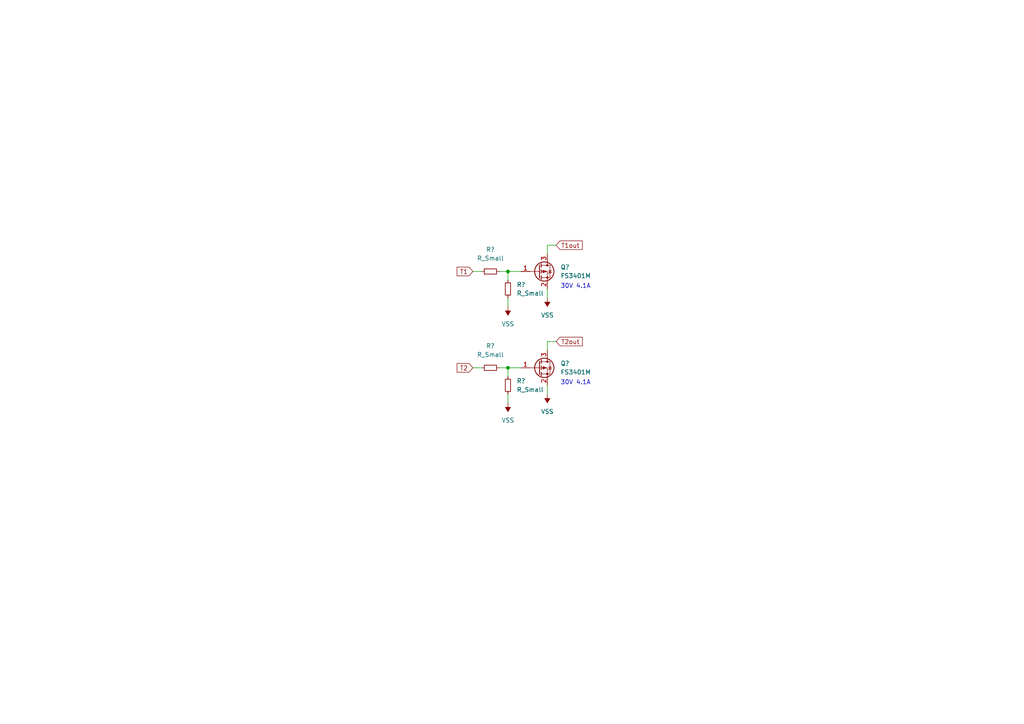
<source format=kicad_sch>
(kicad_sch (version 20211123) (generator eeschema)
  (paper "A4")
  (lib_symbols
    (symbol "Device:R_Small" (pin_numbers hide) (pin_names (offset 0.254) hide)
      (property "Reference" "R" (at 0.762 0.508 0))
      (property "Value" "R_Small" (at 0.762 -1.016 0))
      (symbol "R_Small_0_1"
        (rectangle (start -0.762 1.778) (end 0.762 -1.778) (stroke (width 0.2032)))
      )
      (symbol "R_Small_1_1"
        (pin passive line (at 0 2.54 270) (length 0.762) (name "~") (number "1"))
        (pin passive line (at 0 -2.54 90) (length 0.762) (name "~") (number "2"))
      )
    )
    (symbol "Transistor_FET:AO3401A" (pin_names hide)
      (property "Reference" "Q" (at 5.08 1.905 0))
      (property "Value" "AO3401A" (at 5.08 0 0))
      (symbol "AO3401A_0_1"
        (polyline (pts (xy 0.254 0) (xy -2.54 0)))
        (polyline (pts (xy 0.254 1.905) (xy 0.254 -1.905)) (stroke (width 0.254)))
        (polyline (pts (xy 0.762 -1.27) (xy 0.762 -2.286)) (stroke (width 0.254)))
        (polyline (pts (xy 0.762 0.508) (xy 0.762 -0.508)) (stroke (width 0.254)))
        (polyline (pts (xy 0.762 2.286) (xy 0.762 1.27)) (stroke (width 0.254)))
        (polyline (pts (xy 2.54 2.54) (xy 2.54 1.778)))
        (polyline (pts (xy 2.54 -2.54) (xy 2.54 0) (xy 0.762 0)))
        (polyline (pts (xy 0.762 1.778) (xy 3.302 1.778) (xy 3.302 -1.778) (xy 0.762 -1.778)))
        (polyline (pts (xy 2.286 0) (xy 1.27 0.381) (xy 1.27 -0.381) (xy 2.286 0)) (fill (type outline)))
        (polyline (pts (xy 2.794 -0.508) (xy 2.921 -0.381) (xy 3.683 -0.381) (xy 3.81 -0.254)))
        (polyline (pts (xy 3.302 -0.381) (xy 2.921 0.254) (xy 3.683 0.254) (xy 3.302 -0.381)))
        (circle (center 1.651 0) (radius 2.794) (stroke (width 0.254)))
        (circle (center 2.54 -1.778) (radius 0.254) (fill (type outline)))
        (circle (center 2.54 1.778) (radius 0.254) (fill (type outline)))
      )
      (symbol "AO3401A_1_1"
        (pin input line (at -5.08 0 0) (length 2.54) (name "G") (number "1"))
        (pin passive line (at 2.54 -5.08 90) (length 2.54) (name "S") (number "2"))
        (pin passive line (at 2.54 5.08 270) (length 2.54) (name "D") (number "3"))
      )
    )
    (symbol "power:VSS" (power) (pin_names (offset 0))
      (property "Value" "VSS" (at 0 3.81 0))
      (symbol "VSS_0_1"
        (polyline (pts (xy 0 0) (xy 0 2.54)))
        (polyline (pts (xy 0.762 1.27) (xy -0.762 1.27) (xy 0 2.54) (xy 0.762 1.27)) (fill (type outline)))
      )
      (symbol "VSS_1_1"
        (pin power_in line (at 0 0 90) (length 0) hide (name "VSS") (number "1"))
      )
    )
  )
  (junction (at 147.32 78.74))
  (junction (at 147.32 106.68))
  (wire (pts (xy 158.75 83.82) (xy 158.75 86.36)))
  (wire (pts (xy 147.32 86.36) (xy 147.32 88.9)))
  (wire (pts (xy 147.32 78.74) (xy 147.32 81.28)))
  (wire (pts (xy 147.32 114.3) (xy 147.32 116.84)))
  (wire (pts (xy 158.75 111.76) (xy 158.75 114.3)))
  (wire (pts (xy 137.16 106.68) (xy 139.7 106.68)))
  (wire (pts (xy 158.75 71.12) (xy 158.75 73.66)))
  (wire (pts (xy 147.32 78.74) (xy 151.13 78.74)))
  (wire (pts (xy 161.29 71.12) (xy 158.75 71.12)))
  (wire (pts (xy 147.32 106.68) (xy 151.13 106.68)))
  (wire (pts (xy 158.75 99.06) (xy 158.75 101.6)))
  (wire (pts (xy 161.29 99.06) (xy 158.75 99.06)))
  (wire (pts (xy 144.78 106.68) (xy 147.32 106.68)))
  (wire (pts (xy 144.78 78.74) (xy 147.32 78.74)))
  (wire (pts (xy 137.16 78.74) (xy 139.7 78.74)))
  (wire (pts (xy 147.32 106.68) (xy 147.32 109.22)))
  (text "30V 4.1A\n" (at 162.56 111.76 0) (effects (font (size 1.27 1.27)) (justify left bottom)))
  (text "30V 4.1A\n" (at 162.56 83.82 0) (effects (font (size 1.27 1.27)) (justify left bottom)))
  (global_label "T1out" (shape input) (at 161.29 71.12 0) (property "Intersheet References" "${INTERSHEET_REFS}" (effects hide)))
  (global_label "T1" (shape input) (at 137.16 78.74 180) (property "Intersheet References" "${INTERSHEET_REFS}" (effects hide)))
  (global_label "T2" (shape input) (at 137.16 106.68 180) (property "Intersheet References" "${INTERSHEET_REFS}" (effects hide)))
  (global_label "T2out" (shape input) (at 161.29 99.06 0) (property "Intersheet References" "${INTERSHEET_REFS}" (effects hide)))
  (symbol (lib_id "Device:R_Small") (at 147.32 83.82 180) (unit 1)
    (property "Reference" "R?" (at 149.86 82.5499 0) (effects (justify right)))
    (property "Value" "R_Small" (at 149.86 85.0899 0) (effects (justify right)))
    (property "Footprint" "Resistor_SMD:R_0805_2012Metric" (effects hide))
  )
  (symbol (lib_id "power:VSS") (at 147.32 88.9 180) (unit 1)
    (property "Reference" "#PWR?" (effects hide))
    (property "Value" "VSS" (at 147.32 93.98 0))
  )
  (symbol (lib_id "Transistor_FET:AO3401A") (at 156.21 106.68 0) (unit 1)
    (property "Reference" "Q?" (at 162.56 105.4099 0) (effects (justify left)))
    (property "Value" "FS3401M" (at 162.56 107.9499 0) (effects (justify left)))
    (property "Footprint" "Package_TO_SOT_SMD:SOT-23" (effects hide))
    (property "Datasheet" "http://www.aosmd.com/pdfs/datasheet/AO3401A.pdf" (effects hide))
  )
  (symbol (lib_id "power:VSS") (at 158.75 114.3 180) (unit 1)
    (property "Reference" "#PWR?" (effects hide))
    (property "Value" "VSS" (at 158.75 119.38 0))
  )
  (symbol (lib_id "Transistor_FET:AO3401A") (at 156.21 78.74 0) (unit 1)
    (property "Reference" "Q?" (at 162.56 77.4699 0) (effects (justify left)))
    (property "Value" "FS3401M" (at 162.56 80.0099 0) (effects (justify left)))
    (property "Footprint" "Package_TO_SOT_SMD:SOT-23" (effects hide))
    (property "Datasheet" "http://www.aosmd.com/pdfs/datasheet/AO3401A.pdf" (effects hide))
  )
  (symbol (lib_id "Device:R_Small") (at 142.24 106.68 90) (unit 1)
    (property "Reference" "R?" (at 142.24 100.33 90))
    (property "Value" "R_Small" (at 142.24 102.87 90))
    (property "Footprint" "Resistor_SMD:R_0805_2012Metric" (effects hide))
  )
  (symbol (lib_id "Device:R_Small") (at 147.32 111.76 180) (unit 1)
    (property "Reference" "R?" (at 149.86 110.4899 0) (effects (justify right)))
    (property "Value" "R_Small" (at 149.86 113.0299 0) (effects (justify right)))
    (property "Footprint" "Resistor_SMD:R_0805_2012Metric" (effects hide))
  )
  (symbol (lib_id "Device:R_Small") (at 142.24 78.74 90) (unit 1)
    (property "Reference" "R?" (at 142.24 72.39 90))
    (property "Value" "R_Small" (at 142.24 74.93 90))
    (property "Footprint" "Resistor_SMD:R_0805_2012Metric" (effects hide))
  )
  (symbol (lib_id "power:VSS") (at 158.75 86.36 180) (unit 1)
    (property "Reference" "#PWR?" (effects hide))
    (property "Value" "VSS" (at 158.75 91.44 0))
  )
  (symbol (lib_id "power:VSS") (at 147.32 116.84 180) (unit 1)
    (property "Reference" "#PWR?" (effects hide))
    (property "Value" "VSS" (at 147.32 121.92 0))
  )
)
</source>
